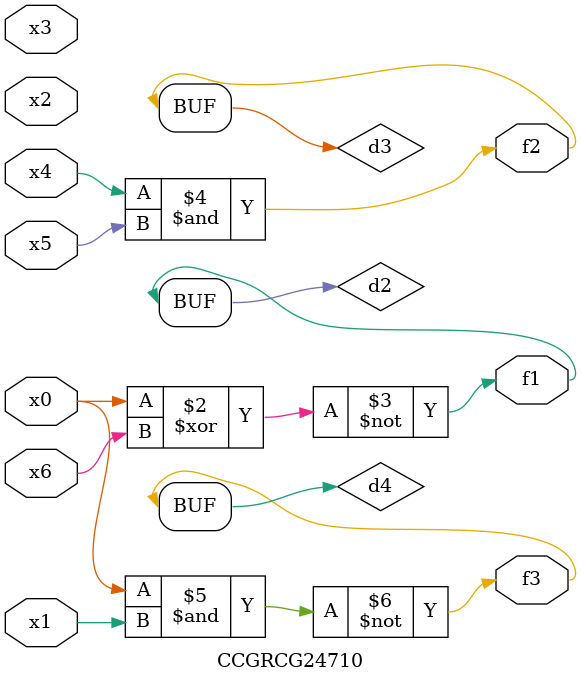
<source format=v>
module CCGRCG24710(
	input x0, x1, x2, x3, x4, x5, x6,
	output f1, f2, f3
);

	wire d1, d2, d3, d4;

	nor (d1, x0);
	xnor (d2, x0, x6);
	and (d3, x4, x5);
	nand (d4, x0, x1);
	assign f1 = d2;
	assign f2 = d3;
	assign f3 = d4;
endmodule

</source>
